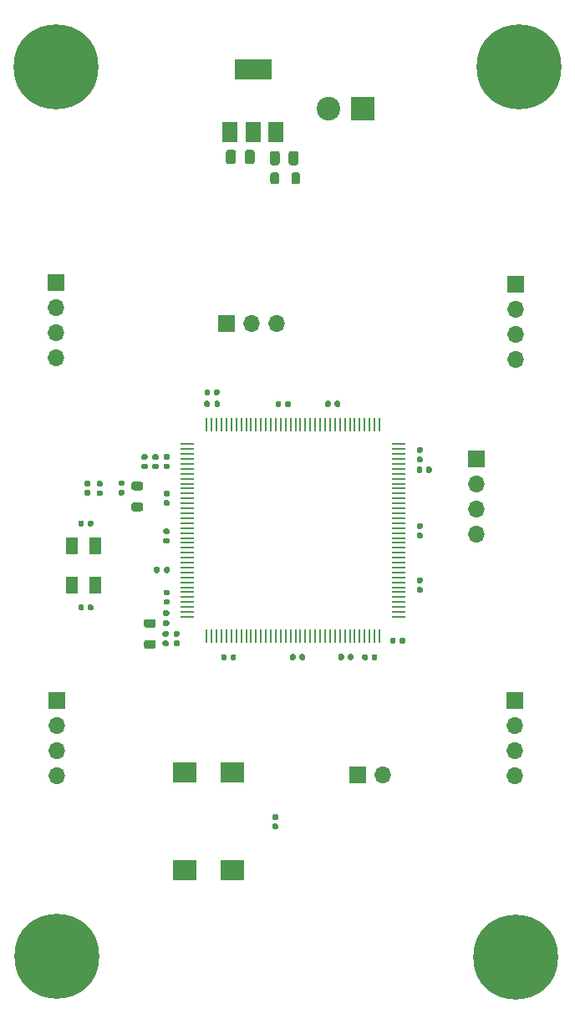
<source format=gbr>
%TF.GenerationSoftware,KiCad,Pcbnew,(5.1.10)-1*%
%TF.CreationDate,2021-11-07T19:26:15-08:00*%
%TF.ProjectId,stm32_pcb,73746d33-325f-4706-9362-2e6b69636164,rev?*%
%TF.SameCoordinates,Original*%
%TF.FileFunction,Soldermask,Top*%
%TF.FilePolarity,Negative*%
%FSLAX46Y46*%
G04 Gerber Fmt 4.6, Leading zero omitted, Abs format (unit mm)*
G04 Created by KiCad (PCBNEW (5.1.10)-1) date 2021-11-07 19:26:15*
%MOMM*%
%LPD*%
G01*
G04 APERTURE LIST*
%ADD10R,2.362200X2.108200*%
%ADD11R,1.200000X1.800000*%
%ADD12R,1.500000X2.000000*%
%ADD13R,3.800000X2.000000*%
%ADD14R,0.228600X1.473200*%
%ADD15R,1.473200X0.228600*%
%ADD16O,1.700000X1.700000*%
%ADD17R,1.700000X1.700000*%
%ADD18C,2.400000*%
%ADD19R,2.400000X2.400000*%
%ADD20C,0.900000*%
%ADD21C,8.600000*%
G04 APERTURE END LIST*
%TO.C,R1*%
G36*
G01*
X150400000Y-96535000D02*
X150400000Y-96905000D01*
G75*
G02*
X150265000Y-97040000I-135000J0D01*
G01*
X149995000Y-97040000D01*
G75*
G02*
X149860000Y-96905000I0J135000D01*
G01*
X149860000Y-96535000D01*
G75*
G02*
X149995000Y-96400000I135000J0D01*
G01*
X150265000Y-96400000D01*
G75*
G02*
X150400000Y-96535000I0J-135000D01*
G01*
G37*
G36*
G01*
X151420000Y-96535000D02*
X151420000Y-96905000D01*
G75*
G02*
X151285000Y-97040000I-135000J0D01*
G01*
X151015000Y-97040000D01*
G75*
G02*
X150880000Y-96905000I0J135000D01*
G01*
X150880000Y-96535000D01*
G75*
G02*
X151015000Y-96400000I135000J0D01*
G01*
X151285000Y-96400000D01*
G75*
G02*
X151420000Y-96535000I0J-135000D01*
G01*
G37*
%TD*%
D10*
%TO.C,SW2*%
X153000000Y-117190000D03*
X157750004Y-117190000D03*
X157750004Y-127090000D03*
X153000000Y-127090000D03*
%TD*%
D11*
%TO.C,Y1*%
X143928000Y-94250000D03*
X143928000Y-98250000D03*
X141528000Y-98250000D03*
X141528000Y-94250000D03*
%TD*%
%TO.C,C28*%
G36*
G01*
X144520000Y-88270000D02*
X144180000Y-88270000D01*
G75*
G02*
X144040000Y-88130000I0J140000D01*
G01*
X144040000Y-87850000D01*
G75*
G02*
X144180000Y-87710000I140000J0D01*
G01*
X144520000Y-87710000D01*
G75*
G02*
X144660000Y-87850000I0J-140000D01*
G01*
X144660000Y-88130000D01*
G75*
G02*
X144520000Y-88270000I-140000J0D01*
G01*
G37*
G36*
G01*
X144520000Y-89230000D02*
X144180000Y-89230000D01*
G75*
G02*
X144040000Y-89090000I0J140000D01*
G01*
X144040000Y-88810000D01*
G75*
G02*
X144180000Y-88670000I140000J0D01*
G01*
X144520000Y-88670000D01*
G75*
G02*
X144660000Y-88810000I0J-140000D01*
G01*
X144660000Y-89090000D01*
G75*
G02*
X144520000Y-89230000I-140000J0D01*
G01*
G37*
%TD*%
D12*
%TO.C,U2*%
X157570000Y-52330000D03*
X162170000Y-52330000D03*
X159870000Y-52330000D03*
D13*
X159870000Y-46030000D03*
%TD*%
D14*
%TO.C,U1*%
X155190000Y-82011200D03*
X155689999Y-82011200D03*
X156190000Y-82011200D03*
X156689999Y-82011200D03*
X157190001Y-82011200D03*
X157690000Y-82011200D03*
X158189999Y-82011200D03*
X158690000Y-82011200D03*
X159189999Y-82011200D03*
X159690001Y-82011200D03*
X160190000Y-82011200D03*
X160689999Y-82011200D03*
X161190000Y-82011200D03*
X161689999Y-82011200D03*
X162190001Y-82011200D03*
X162690000Y-82011200D03*
X163189999Y-82011200D03*
X163690000Y-82011200D03*
X164190000Y-82011200D03*
X164690001Y-82011200D03*
X165190000Y-82011200D03*
X165689999Y-82011200D03*
X166190001Y-82011200D03*
X166690000Y-82011200D03*
X167190001Y-82011200D03*
X167690000Y-82011200D03*
X168189999Y-82011200D03*
X168690001Y-82011200D03*
X169190000Y-82011200D03*
X169690001Y-82011200D03*
X170190000Y-82011200D03*
X170689999Y-82011200D03*
X171190001Y-82011200D03*
X171690000Y-82011200D03*
X172190001Y-82011200D03*
X172690000Y-82011200D03*
D15*
X174658800Y-83980000D03*
X174658800Y-84479999D03*
X174658800Y-84980000D03*
X174658800Y-85479999D03*
X174658800Y-85980001D03*
X174658800Y-86480000D03*
X174658800Y-86979999D03*
X174658800Y-87480000D03*
X174658800Y-87979999D03*
X174658800Y-88480001D03*
X174658800Y-88980000D03*
X174658800Y-89479999D03*
X174658800Y-89980000D03*
X174658800Y-90479999D03*
X174658800Y-90980001D03*
X174658800Y-91480000D03*
X174658800Y-91979999D03*
X174658800Y-92480000D03*
X174658800Y-92980000D03*
X174658800Y-93480001D03*
X174658800Y-93980000D03*
X174658800Y-94479999D03*
X174658800Y-94980001D03*
X174658800Y-95480000D03*
X174658800Y-95980001D03*
X174658800Y-96480000D03*
X174658800Y-96979999D03*
X174658800Y-97480001D03*
X174658800Y-97980000D03*
X174658800Y-98480001D03*
X174658800Y-98980000D03*
X174658800Y-99479999D03*
X174658800Y-99980001D03*
X174658800Y-100480000D03*
X174658800Y-100980001D03*
X174658800Y-101480000D03*
D14*
X172690000Y-103448800D03*
X172190001Y-103448800D03*
X171690000Y-103448800D03*
X171190001Y-103448800D03*
X170689999Y-103448800D03*
X170190000Y-103448800D03*
X169690001Y-103448800D03*
X169190000Y-103448800D03*
X168690001Y-103448800D03*
X168189999Y-103448800D03*
X167690000Y-103448800D03*
X167190001Y-103448800D03*
X166690000Y-103448800D03*
X166190001Y-103448800D03*
X165689999Y-103448800D03*
X165190000Y-103448800D03*
X164690001Y-103448800D03*
X164190000Y-103448800D03*
X163690000Y-103448800D03*
X163189999Y-103448800D03*
X162690000Y-103448800D03*
X162190001Y-103448800D03*
X161689999Y-103448800D03*
X161190000Y-103448800D03*
X160689999Y-103448800D03*
X160190000Y-103448800D03*
X159690001Y-103448800D03*
X159189999Y-103448800D03*
X158690000Y-103448800D03*
X158189999Y-103448800D03*
X157690000Y-103448800D03*
X157190001Y-103448800D03*
X156689999Y-103448800D03*
X156190000Y-103448800D03*
X155689999Y-103448800D03*
X155190000Y-103448800D03*
D15*
X153221200Y-101480000D03*
X153221200Y-100979999D03*
X153221200Y-100480000D03*
X153221200Y-99980001D03*
X153221200Y-99479999D03*
X153221200Y-98980000D03*
X153221200Y-98479999D03*
X153221200Y-97980000D03*
X153221200Y-97480001D03*
X153221200Y-96979999D03*
X153221200Y-96480000D03*
X153221200Y-95979999D03*
X153221200Y-95480000D03*
X153221200Y-94980001D03*
X153221200Y-94479999D03*
X153221200Y-93980000D03*
X153221200Y-93479998D03*
X153221200Y-92980000D03*
X153221200Y-92480000D03*
X153221200Y-91979999D03*
X153221200Y-91480000D03*
X153221200Y-90980001D03*
X153221200Y-90479999D03*
X153221200Y-89980000D03*
X153221200Y-89479999D03*
X153221200Y-88980000D03*
X153221200Y-88480001D03*
X153221200Y-87979999D03*
X153221200Y-87480000D03*
X153221200Y-86979999D03*
X153221200Y-86480000D03*
X153221200Y-85980001D03*
X153221200Y-85479999D03*
X153221200Y-84980000D03*
X153221200Y-84479999D03*
X153221200Y-83980000D03*
%TD*%
%TO.C,R3*%
G36*
G01*
X150895000Y-101840000D02*
X151265000Y-101840000D01*
G75*
G02*
X151400000Y-101975000I0J-135000D01*
G01*
X151400000Y-102245000D01*
G75*
G02*
X151265000Y-102380000I-135000J0D01*
G01*
X150895000Y-102380000D01*
G75*
G02*
X150760000Y-102245000I0J135000D01*
G01*
X150760000Y-101975000D01*
G75*
G02*
X150895000Y-101840000I135000J0D01*
G01*
G37*
G36*
G01*
X150895000Y-100820000D02*
X151265000Y-100820000D01*
G75*
G02*
X151400000Y-100955000I0J-135000D01*
G01*
X151400000Y-101225000D01*
G75*
G02*
X151265000Y-101360000I-135000J0D01*
G01*
X150895000Y-101360000D01*
G75*
G02*
X150760000Y-101225000I0J135000D01*
G01*
X150760000Y-100955000D01*
G75*
G02*
X150895000Y-100820000I135000J0D01*
G01*
G37*
%TD*%
%TO.C,R2*%
G36*
G01*
X155490000Y-79715000D02*
X155490000Y-80085000D01*
G75*
G02*
X155355000Y-80220000I-135000J0D01*
G01*
X155085000Y-80220000D01*
G75*
G02*
X154950000Y-80085000I0J135000D01*
G01*
X154950000Y-79715000D01*
G75*
G02*
X155085000Y-79580000I135000J0D01*
G01*
X155355000Y-79580000D01*
G75*
G02*
X155490000Y-79715000I0J-135000D01*
G01*
G37*
G36*
G01*
X156510000Y-79715000D02*
X156510000Y-80085000D01*
G75*
G02*
X156375000Y-80220000I-135000J0D01*
G01*
X156105000Y-80220000D01*
G75*
G02*
X155970000Y-80085000I0J135000D01*
G01*
X155970000Y-79715000D01*
G75*
G02*
X156105000Y-79580000I135000J0D01*
G01*
X156375000Y-79580000D01*
G75*
G02*
X156510000Y-79715000I0J-135000D01*
G01*
G37*
%TD*%
%TO.C,L1*%
G36*
G01*
X148531250Y-88652500D02*
X147768750Y-88652500D01*
G75*
G02*
X147550000Y-88433750I0J218750D01*
G01*
X147550000Y-87996250D01*
G75*
G02*
X147768750Y-87777500I218750J0D01*
G01*
X148531250Y-87777500D01*
G75*
G02*
X148750000Y-87996250I0J-218750D01*
G01*
X148750000Y-88433750D01*
G75*
G02*
X148531250Y-88652500I-218750J0D01*
G01*
G37*
G36*
G01*
X148531250Y-90777500D02*
X147768750Y-90777500D01*
G75*
G02*
X147550000Y-90558750I0J218750D01*
G01*
X147550000Y-90121250D01*
G75*
G02*
X147768750Y-89902500I218750J0D01*
G01*
X148531250Y-89902500D01*
G75*
G02*
X148750000Y-90121250I0J-218750D01*
G01*
X148750000Y-90558750D01*
G75*
G02*
X148531250Y-90777500I-218750J0D01*
G01*
G37*
%TD*%
D16*
%TO.C,J7*%
X182530000Y-93120000D03*
X182530000Y-90580000D03*
X182530000Y-88040000D03*
D17*
X182530000Y-85500000D03*
%TD*%
D16*
%TO.C,J6*%
X186520000Y-75360000D03*
X186520000Y-72820000D03*
X186520000Y-70280000D03*
D17*
X186520000Y-67740000D03*
%TD*%
D16*
%TO.C,J5*%
X140010000Y-117580000D03*
X140010000Y-115040000D03*
X140010000Y-112500000D03*
D17*
X140010000Y-109960000D03*
%TD*%
D18*
%TO.C,J4*%
X167500000Y-50000000D03*
D19*
X171000000Y-50000000D03*
%TD*%
D16*
%TO.C,J3*%
X173060000Y-117520000D03*
D17*
X170520000Y-117520000D03*
%TD*%
D16*
%TO.C,J2*%
X139900000Y-75210000D03*
X139900000Y-72670000D03*
X139900000Y-70130000D03*
D17*
X139900000Y-67590000D03*
%TD*%
D16*
%TO.C,J1*%
X186420000Y-117570000D03*
X186420000Y-115030000D03*
X186420000Y-112490000D03*
D17*
X186420000Y-109950000D03*
%TD*%
D20*
%TO.C,H4*%
X142220419Y-43469581D03*
X139940000Y-42525000D03*
X137659581Y-43469581D03*
X136715000Y-45750000D03*
X137659581Y-48030419D03*
X139940000Y-48975000D03*
X142220419Y-48030419D03*
X143165000Y-45750000D03*
D21*
X139940000Y-45750000D03*
%TD*%
D20*
%TO.C,H3*%
X142250419Y-133599581D03*
X139970000Y-132655000D03*
X137689581Y-133599581D03*
X136745000Y-135880000D03*
X137689581Y-138160419D03*
X139970000Y-139105000D03*
X142250419Y-138160419D03*
X143195000Y-135880000D03*
D21*
X139970000Y-135880000D03*
%TD*%
D20*
%TO.C,H2*%
X189080419Y-43459581D03*
X186800000Y-42515000D03*
X184519581Y-43459581D03*
X183575000Y-45740000D03*
X184519581Y-48020419D03*
X186800000Y-48965000D03*
X189080419Y-48020419D03*
X190025000Y-45740000D03*
D21*
X186800000Y-45740000D03*
%TD*%
D20*
%TO.C,H1*%
X188760419Y-133659581D03*
X186480000Y-132715000D03*
X184199581Y-133659581D03*
X183255000Y-135940000D03*
X184199581Y-138220419D03*
X186480000Y-139165000D03*
X188760419Y-138220419D03*
X189705000Y-135940000D03*
D21*
X186480000Y-135940000D03*
%TD*%
%TO.C,FB2*%
G36*
G01*
X163762500Y-57441250D02*
X163762500Y-56678750D01*
G75*
G02*
X163981250Y-56460000I218750J0D01*
G01*
X164418750Y-56460000D01*
G75*
G02*
X164637500Y-56678750I0J-218750D01*
G01*
X164637500Y-57441250D01*
G75*
G02*
X164418750Y-57660000I-218750J0D01*
G01*
X163981250Y-57660000D01*
G75*
G02*
X163762500Y-57441250I0J218750D01*
G01*
G37*
G36*
G01*
X161637500Y-57441250D02*
X161637500Y-56678750D01*
G75*
G02*
X161856250Y-56460000I218750J0D01*
G01*
X162293750Y-56460000D01*
G75*
G02*
X162512500Y-56678750I0J-218750D01*
G01*
X162512500Y-57441250D01*
G75*
G02*
X162293750Y-57660000I-218750J0D01*
G01*
X161856250Y-57660000D01*
G75*
G02*
X161637500Y-57441250I0J218750D01*
G01*
G37*
%TD*%
%TO.C,FB1*%
G36*
G01*
X149048750Y-103825000D02*
X149811250Y-103825000D01*
G75*
G02*
X150030000Y-104043750I0J-218750D01*
G01*
X150030000Y-104481250D01*
G75*
G02*
X149811250Y-104700000I-218750J0D01*
G01*
X149048750Y-104700000D01*
G75*
G02*
X148830000Y-104481250I0J218750D01*
G01*
X148830000Y-104043750D01*
G75*
G02*
X149048750Y-103825000I218750J0D01*
G01*
G37*
G36*
G01*
X149048750Y-101700000D02*
X149811250Y-101700000D01*
G75*
G02*
X150030000Y-101918750I0J-218750D01*
G01*
X150030000Y-102356250D01*
G75*
G02*
X149811250Y-102575000I-218750J0D01*
G01*
X149048750Y-102575000D01*
G75*
G02*
X148830000Y-102356250I0J218750D01*
G01*
X148830000Y-101918750D01*
G75*
G02*
X149048750Y-101700000I218750J0D01*
G01*
G37*
%TD*%
%TO.C,C27*%
G36*
G01*
X146400000Y-88600000D02*
X146740000Y-88600000D01*
G75*
G02*
X146880000Y-88740000I0J-140000D01*
G01*
X146880000Y-89020000D01*
G75*
G02*
X146740000Y-89160000I-140000J0D01*
G01*
X146400000Y-89160000D01*
G75*
G02*
X146260000Y-89020000I0J140000D01*
G01*
X146260000Y-88740000D01*
G75*
G02*
X146400000Y-88600000I140000J0D01*
G01*
G37*
G36*
G01*
X146400000Y-87640000D02*
X146740000Y-87640000D01*
G75*
G02*
X146880000Y-87780000I0J-140000D01*
G01*
X146880000Y-88060000D01*
G75*
G02*
X146740000Y-88200000I-140000J0D01*
G01*
X146400000Y-88200000D01*
G75*
G02*
X146260000Y-88060000I0J140000D01*
G01*
X146260000Y-87780000D01*
G75*
G02*
X146400000Y-87640000I140000J0D01*
G01*
G37*
%TD*%
%TO.C,C26*%
G36*
G01*
X177430000Y-86750000D02*
X177430000Y-86410000D01*
G75*
G02*
X177570000Y-86270000I140000J0D01*
G01*
X177850000Y-86270000D01*
G75*
G02*
X177990000Y-86410000I0J-140000D01*
G01*
X177990000Y-86750000D01*
G75*
G02*
X177850000Y-86890000I-140000J0D01*
G01*
X177570000Y-86890000D01*
G75*
G02*
X177430000Y-86750000I0J140000D01*
G01*
G37*
G36*
G01*
X176470000Y-86750000D02*
X176470000Y-86410000D01*
G75*
G02*
X176610000Y-86270000I140000J0D01*
G01*
X176890000Y-86270000D01*
G75*
G02*
X177030000Y-86410000I0J-140000D01*
G01*
X177030000Y-86750000D01*
G75*
G02*
X176890000Y-86890000I-140000J0D01*
G01*
X176610000Y-86890000D01*
G75*
G02*
X176470000Y-86750000I0J140000D01*
G01*
G37*
%TD*%
%TO.C,C25*%
G36*
G01*
X150180000Y-85570000D02*
X149840000Y-85570000D01*
G75*
G02*
X149700000Y-85430000I0J140000D01*
G01*
X149700000Y-85150000D01*
G75*
G02*
X149840000Y-85010000I140000J0D01*
G01*
X150180000Y-85010000D01*
G75*
G02*
X150320000Y-85150000I0J-140000D01*
G01*
X150320000Y-85430000D01*
G75*
G02*
X150180000Y-85570000I-140000J0D01*
G01*
G37*
G36*
G01*
X150180000Y-86530000D02*
X149840000Y-86530000D01*
G75*
G02*
X149700000Y-86390000I0J140000D01*
G01*
X149700000Y-86110000D01*
G75*
G02*
X149840000Y-85970000I140000J0D01*
G01*
X150180000Y-85970000D01*
G75*
G02*
X150320000Y-86110000I0J-140000D01*
G01*
X150320000Y-86390000D01*
G75*
G02*
X150180000Y-86530000I-140000J0D01*
G01*
G37*
%TD*%
%TO.C,C24*%
G36*
G01*
X143270000Y-88230000D02*
X142930000Y-88230000D01*
G75*
G02*
X142790000Y-88090000I0J140000D01*
G01*
X142790000Y-87810000D01*
G75*
G02*
X142930000Y-87670000I140000J0D01*
G01*
X143270000Y-87670000D01*
G75*
G02*
X143410000Y-87810000I0J-140000D01*
G01*
X143410000Y-88090000D01*
G75*
G02*
X143270000Y-88230000I-140000J0D01*
G01*
G37*
G36*
G01*
X143270000Y-89190000D02*
X142930000Y-89190000D01*
G75*
G02*
X142790000Y-89050000I0J140000D01*
G01*
X142790000Y-88770000D01*
G75*
G02*
X142930000Y-88630000I140000J0D01*
G01*
X143270000Y-88630000D01*
G75*
G02*
X143410000Y-88770000I0J-140000D01*
G01*
X143410000Y-89050000D01*
G75*
G02*
X143270000Y-89190000I-140000J0D01*
G01*
G37*
%TD*%
%TO.C,C23*%
G36*
G01*
X169100000Y-105370000D02*
X169100000Y-105710000D01*
G75*
G02*
X168960000Y-105850000I-140000J0D01*
G01*
X168680000Y-105850000D01*
G75*
G02*
X168540000Y-105710000I0J140000D01*
G01*
X168540000Y-105370000D01*
G75*
G02*
X168680000Y-105230000I140000J0D01*
G01*
X168960000Y-105230000D01*
G75*
G02*
X169100000Y-105370000I0J-140000D01*
G01*
G37*
G36*
G01*
X170060000Y-105370000D02*
X170060000Y-105710000D01*
G75*
G02*
X169920000Y-105850000I-140000J0D01*
G01*
X169640000Y-105850000D01*
G75*
G02*
X169500000Y-105710000I0J140000D01*
G01*
X169500000Y-105370000D01*
G75*
G02*
X169640000Y-105230000I140000J0D01*
G01*
X169920000Y-105230000D01*
G75*
G02*
X170060000Y-105370000I0J-140000D01*
G01*
G37*
%TD*%
%TO.C,C22*%
G36*
G01*
X158150000Y-54425000D02*
X158150000Y-55375000D01*
G75*
G02*
X157900000Y-55625000I-250000J0D01*
G01*
X157400000Y-55625000D01*
G75*
G02*
X157150000Y-55375000I0J250000D01*
G01*
X157150000Y-54425000D01*
G75*
G02*
X157400000Y-54175000I250000J0D01*
G01*
X157900000Y-54175000D01*
G75*
G02*
X158150000Y-54425000I0J-250000D01*
G01*
G37*
G36*
G01*
X160050000Y-54425000D02*
X160050000Y-55375000D01*
G75*
G02*
X159800000Y-55625000I-250000J0D01*
G01*
X159300000Y-55625000D01*
G75*
G02*
X159050000Y-55375000I0J250000D01*
G01*
X159050000Y-54425000D01*
G75*
G02*
X159300000Y-54175000I250000J0D01*
G01*
X159800000Y-54175000D01*
G75*
G02*
X160050000Y-54425000I0J-250000D01*
G01*
G37*
%TD*%
%TO.C,C21*%
G36*
G01*
X162590000Y-54535000D02*
X162590000Y-55485000D01*
G75*
G02*
X162340000Y-55735000I-250000J0D01*
G01*
X161840000Y-55735000D01*
G75*
G02*
X161590000Y-55485000I0J250000D01*
G01*
X161590000Y-54535000D01*
G75*
G02*
X161840000Y-54285000I250000J0D01*
G01*
X162340000Y-54285000D01*
G75*
G02*
X162590000Y-54535000I0J-250000D01*
G01*
G37*
G36*
G01*
X164490000Y-54535000D02*
X164490000Y-55485000D01*
G75*
G02*
X164240000Y-55735000I-250000J0D01*
G01*
X163740000Y-55735000D01*
G75*
G02*
X163490000Y-55485000I0J250000D01*
G01*
X163490000Y-54535000D01*
G75*
G02*
X163740000Y-54285000I250000J0D01*
G01*
X164240000Y-54285000D01*
G75*
G02*
X164490000Y-54535000I0J-250000D01*
G01*
G37*
%TD*%
%TO.C,C20*%
G36*
G01*
X174740000Y-104040000D02*
X174740000Y-103700000D01*
G75*
G02*
X174880000Y-103560000I140000J0D01*
G01*
X175160000Y-103560000D01*
G75*
G02*
X175300000Y-103700000I0J-140000D01*
G01*
X175300000Y-104040000D01*
G75*
G02*
X175160000Y-104180000I-140000J0D01*
G01*
X174880000Y-104180000D01*
G75*
G02*
X174740000Y-104040000I0J140000D01*
G01*
G37*
G36*
G01*
X173780000Y-104040000D02*
X173780000Y-103700000D01*
G75*
G02*
X173920000Y-103560000I140000J0D01*
G01*
X174200000Y-103560000D01*
G75*
G02*
X174340000Y-103700000I0J-140000D01*
G01*
X174340000Y-104040000D01*
G75*
G02*
X174200000Y-104180000I-140000J0D01*
G01*
X173920000Y-104180000D01*
G75*
G02*
X173780000Y-104040000I0J140000D01*
G01*
G37*
%TD*%
%TO.C,C19*%
G36*
G01*
X149060000Y-85570000D02*
X148720000Y-85570000D01*
G75*
G02*
X148580000Y-85430000I0J140000D01*
G01*
X148580000Y-85150000D01*
G75*
G02*
X148720000Y-85010000I140000J0D01*
G01*
X149060000Y-85010000D01*
G75*
G02*
X149200000Y-85150000I0J-140000D01*
G01*
X149200000Y-85430000D01*
G75*
G02*
X149060000Y-85570000I-140000J0D01*
G01*
G37*
G36*
G01*
X149060000Y-86530000D02*
X148720000Y-86530000D01*
G75*
G02*
X148580000Y-86390000I0J140000D01*
G01*
X148580000Y-86110000D01*
G75*
G02*
X148720000Y-85970000I140000J0D01*
G01*
X149060000Y-85970000D01*
G75*
G02*
X149200000Y-86110000I0J-140000D01*
G01*
X149200000Y-86390000D01*
G75*
G02*
X149060000Y-86530000I-140000J0D01*
G01*
G37*
%TD*%
%TO.C,C18*%
G36*
G01*
X155930000Y-78900000D02*
X155930000Y-78560000D01*
G75*
G02*
X156070000Y-78420000I140000J0D01*
G01*
X156350000Y-78420000D01*
G75*
G02*
X156490000Y-78560000I0J-140000D01*
G01*
X156490000Y-78900000D01*
G75*
G02*
X156350000Y-79040000I-140000J0D01*
G01*
X156070000Y-79040000D01*
G75*
G02*
X155930000Y-78900000I0J140000D01*
G01*
G37*
G36*
G01*
X154970000Y-78900000D02*
X154970000Y-78560000D01*
G75*
G02*
X155110000Y-78420000I140000J0D01*
G01*
X155390000Y-78420000D01*
G75*
G02*
X155530000Y-78560000I0J-140000D01*
G01*
X155530000Y-78900000D01*
G75*
G02*
X155390000Y-79040000I-140000J0D01*
G01*
X155110000Y-79040000D01*
G75*
G02*
X154970000Y-78900000I0J140000D01*
G01*
G37*
%TD*%
%TO.C,C17*%
G36*
G01*
X161970000Y-122430000D02*
X162310000Y-122430000D01*
G75*
G02*
X162450000Y-122570000I0J-140000D01*
G01*
X162450000Y-122850000D01*
G75*
G02*
X162310000Y-122990000I-140000J0D01*
G01*
X161970000Y-122990000D01*
G75*
G02*
X161830000Y-122850000I0J140000D01*
G01*
X161830000Y-122570000D01*
G75*
G02*
X161970000Y-122430000I140000J0D01*
G01*
G37*
G36*
G01*
X161970000Y-121470000D02*
X162310000Y-121470000D01*
G75*
G02*
X162450000Y-121610000I0J-140000D01*
G01*
X162450000Y-121890000D01*
G75*
G02*
X162310000Y-122030000I-140000J0D01*
G01*
X161970000Y-122030000D01*
G75*
G02*
X161830000Y-121890000I0J140000D01*
G01*
X161830000Y-121610000D01*
G75*
G02*
X161970000Y-121470000I140000J0D01*
G01*
G37*
%TD*%
%TO.C,C16*%
G36*
G01*
X163140000Y-80080000D02*
X163140000Y-79740000D01*
G75*
G02*
X163280000Y-79600000I140000J0D01*
G01*
X163560000Y-79600000D01*
G75*
G02*
X163700000Y-79740000I0J-140000D01*
G01*
X163700000Y-80080000D01*
G75*
G02*
X163560000Y-80220000I-140000J0D01*
G01*
X163280000Y-80220000D01*
G75*
G02*
X163140000Y-80080000I0J140000D01*
G01*
G37*
G36*
G01*
X162180000Y-80080000D02*
X162180000Y-79740000D01*
G75*
G02*
X162320000Y-79600000I140000J0D01*
G01*
X162600000Y-79600000D01*
G75*
G02*
X162740000Y-79740000I0J-140000D01*
G01*
X162740000Y-80080000D01*
G75*
G02*
X162600000Y-80220000I-140000J0D01*
G01*
X162320000Y-80220000D01*
G75*
G02*
X162180000Y-80080000I0J140000D01*
G01*
G37*
%TD*%
%TO.C,C15*%
G36*
G01*
X168160000Y-80070000D02*
X168160000Y-79730000D01*
G75*
G02*
X168300000Y-79590000I140000J0D01*
G01*
X168580000Y-79590000D01*
G75*
G02*
X168720000Y-79730000I0J-140000D01*
G01*
X168720000Y-80070000D01*
G75*
G02*
X168580000Y-80210000I-140000J0D01*
G01*
X168300000Y-80210000D01*
G75*
G02*
X168160000Y-80070000I0J140000D01*
G01*
G37*
G36*
G01*
X167200000Y-80070000D02*
X167200000Y-79730000D01*
G75*
G02*
X167340000Y-79590000I140000J0D01*
G01*
X167620000Y-79590000D01*
G75*
G02*
X167760000Y-79730000I0J-140000D01*
G01*
X167760000Y-80070000D01*
G75*
G02*
X167620000Y-80210000I-140000J0D01*
G01*
X167340000Y-80210000D01*
G75*
G02*
X167200000Y-80070000I0J140000D01*
G01*
G37*
%TD*%
%TO.C,C14*%
G36*
G01*
X176600000Y-85250000D02*
X176940000Y-85250000D01*
G75*
G02*
X177080000Y-85390000I0J-140000D01*
G01*
X177080000Y-85670000D01*
G75*
G02*
X176940000Y-85810000I-140000J0D01*
G01*
X176600000Y-85810000D01*
G75*
G02*
X176460000Y-85670000I0J140000D01*
G01*
X176460000Y-85390000D01*
G75*
G02*
X176600000Y-85250000I140000J0D01*
G01*
G37*
G36*
G01*
X176600000Y-84290000D02*
X176940000Y-84290000D01*
G75*
G02*
X177080000Y-84430000I0J-140000D01*
G01*
X177080000Y-84710000D01*
G75*
G02*
X176940000Y-84850000I-140000J0D01*
G01*
X176600000Y-84850000D01*
G75*
G02*
X176460000Y-84710000I0J140000D01*
G01*
X176460000Y-84430000D01*
G75*
G02*
X176600000Y-84290000I140000J0D01*
G01*
G37*
%TD*%
%TO.C,C13*%
G36*
G01*
X176600000Y-92960000D02*
X176940000Y-92960000D01*
G75*
G02*
X177080000Y-93100000I0J-140000D01*
G01*
X177080000Y-93380000D01*
G75*
G02*
X176940000Y-93520000I-140000J0D01*
G01*
X176600000Y-93520000D01*
G75*
G02*
X176460000Y-93380000I0J140000D01*
G01*
X176460000Y-93100000D01*
G75*
G02*
X176600000Y-92960000I140000J0D01*
G01*
G37*
G36*
G01*
X176600000Y-92000000D02*
X176940000Y-92000000D01*
G75*
G02*
X177080000Y-92140000I0J-140000D01*
G01*
X177080000Y-92420000D01*
G75*
G02*
X176940000Y-92560000I-140000J0D01*
G01*
X176600000Y-92560000D01*
G75*
G02*
X176460000Y-92420000I0J140000D01*
G01*
X176460000Y-92140000D01*
G75*
G02*
X176600000Y-92000000I140000J0D01*
G01*
G37*
%TD*%
%TO.C,C12*%
G36*
G01*
X176940000Y-98070000D02*
X176600000Y-98070000D01*
G75*
G02*
X176460000Y-97930000I0J140000D01*
G01*
X176460000Y-97650000D01*
G75*
G02*
X176600000Y-97510000I140000J0D01*
G01*
X176940000Y-97510000D01*
G75*
G02*
X177080000Y-97650000I0J-140000D01*
G01*
X177080000Y-97930000D01*
G75*
G02*
X176940000Y-98070000I-140000J0D01*
G01*
G37*
G36*
G01*
X176940000Y-99030000D02*
X176600000Y-99030000D01*
G75*
G02*
X176460000Y-98890000I0J140000D01*
G01*
X176460000Y-98610000D01*
G75*
G02*
X176600000Y-98470000I140000J0D01*
G01*
X176940000Y-98470000D01*
G75*
G02*
X177080000Y-98610000I0J-140000D01*
G01*
X177080000Y-98890000D01*
G75*
G02*
X176940000Y-99030000I-140000J0D01*
G01*
G37*
%TD*%
%TO.C,C11*%
G36*
G01*
X171510000Y-105390000D02*
X171510000Y-105730000D01*
G75*
G02*
X171370000Y-105870000I-140000J0D01*
G01*
X171090000Y-105870000D01*
G75*
G02*
X170950000Y-105730000I0J140000D01*
G01*
X170950000Y-105390000D01*
G75*
G02*
X171090000Y-105250000I140000J0D01*
G01*
X171370000Y-105250000D01*
G75*
G02*
X171510000Y-105390000I0J-140000D01*
G01*
G37*
G36*
G01*
X172470000Y-105390000D02*
X172470000Y-105730000D01*
G75*
G02*
X172330000Y-105870000I-140000J0D01*
G01*
X172050000Y-105870000D01*
G75*
G02*
X171910000Y-105730000I0J140000D01*
G01*
X171910000Y-105390000D01*
G75*
G02*
X172050000Y-105250000I140000J0D01*
G01*
X172330000Y-105250000D01*
G75*
G02*
X172470000Y-105390000I0J-140000D01*
G01*
G37*
%TD*%
%TO.C,C10*%
G36*
G01*
X150860000Y-103870000D02*
X151200000Y-103870000D01*
G75*
G02*
X151340000Y-104010000I0J-140000D01*
G01*
X151340000Y-104290000D01*
G75*
G02*
X151200000Y-104430000I-140000J0D01*
G01*
X150860000Y-104430000D01*
G75*
G02*
X150720000Y-104290000I0J140000D01*
G01*
X150720000Y-104010000D01*
G75*
G02*
X150860000Y-103870000I140000J0D01*
G01*
G37*
G36*
G01*
X150860000Y-102910000D02*
X151200000Y-102910000D01*
G75*
G02*
X151340000Y-103050000I0J-140000D01*
G01*
X151340000Y-103330000D01*
G75*
G02*
X151200000Y-103470000I-140000J0D01*
G01*
X150860000Y-103470000D01*
G75*
G02*
X150720000Y-103330000I0J140000D01*
G01*
X150720000Y-103050000D01*
G75*
G02*
X150860000Y-102910000I140000J0D01*
G01*
G37*
%TD*%
%TO.C,C9*%
G36*
G01*
X164200000Y-105380000D02*
X164200000Y-105720000D01*
G75*
G02*
X164060000Y-105860000I-140000J0D01*
G01*
X163780000Y-105860000D01*
G75*
G02*
X163640000Y-105720000I0J140000D01*
G01*
X163640000Y-105380000D01*
G75*
G02*
X163780000Y-105240000I140000J0D01*
G01*
X164060000Y-105240000D01*
G75*
G02*
X164200000Y-105380000I0J-140000D01*
G01*
G37*
G36*
G01*
X165160000Y-105380000D02*
X165160000Y-105720000D01*
G75*
G02*
X165020000Y-105860000I-140000J0D01*
G01*
X164740000Y-105860000D01*
G75*
G02*
X164600000Y-105720000I0J140000D01*
G01*
X164600000Y-105380000D01*
G75*
G02*
X164740000Y-105240000I140000J0D01*
G01*
X165020000Y-105240000D01*
G75*
G02*
X165160000Y-105380000I0J-140000D01*
G01*
G37*
%TD*%
%TO.C,C8*%
G36*
G01*
X151980000Y-103870000D02*
X152320000Y-103870000D01*
G75*
G02*
X152460000Y-104010000I0J-140000D01*
G01*
X152460000Y-104290000D01*
G75*
G02*
X152320000Y-104430000I-140000J0D01*
G01*
X151980000Y-104430000D01*
G75*
G02*
X151840000Y-104290000I0J140000D01*
G01*
X151840000Y-104010000D01*
G75*
G02*
X151980000Y-103870000I140000J0D01*
G01*
G37*
G36*
G01*
X151980000Y-102910000D02*
X152320000Y-102910000D01*
G75*
G02*
X152460000Y-103050000I0J-140000D01*
G01*
X152460000Y-103330000D01*
G75*
G02*
X152320000Y-103470000I-140000J0D01*
G01*
X151980000Y-103470000D01*
G75*
G02*
X151840000Y-103330000I0J140000D01*
G01*
X151840000Y-103050000D01*
G75*
G02*
X151980000Y-102910000I140000J0D01*
G01*
G37*
%TD*%
%TO.C,C7*%
G36*
G01*
X157210000Y-105390000D02*
X157210000Y-105730000D01*
G75*
G02*
X157070000Y-105870000I-140000J0D01*
G01*
X156790000Y-105870000D01*
G75*
G02*
X156650000Y-105730000I0J140000D01*
G01*
X156650000Y-105390000D01*
G75*
G02*
X156790000Y-105250000I140000J0D01*
G01*
X157070000Y-105250000D01*
G75*
G02*
X157210000Y-105390000I0J-140000D01*
G01*
G37*
G36*
G01*
X158170000Y-105390000D02*
X158170000Y-105730000D01*
G75*
G02*
X158030000Y-105870000I-140000J0D01*
G01*
X157750000Y-105870000D01*
G75*
G02*
X157610000Y-105730000I0J140000D01*
G01*
X157610000Y-105390000D01*
G75*
G02*
X157750000Y-105250000I140000J0D01*
G01*
X158030000Y-105250000D01*
G75*
G02*
X158170000Y-105390000I0J-140000D01*
G01*
G37*
%TD*%
%TO.C,C6*%
G36*
G01*
X150960000Y-99690000D02*
X151300000Y-99690000D01*
G75*
G02*
X151440000Y-99830000I0J-140000D01*
G01*
X151440000Y-100110000D01*
G75*
G02*
X151300000Y-100250000I-140000J0D01*
G01*
X150960000Y-100250000D01*
G75*
G02*
X150820000Y-100110000I0J140000D01*
G01*
X150820000Y-99830000D01*
G75*
G02*
X150960000Y-99690000I140000J0D01*
G01*
G37*
G36*
G01*
X150960000Y-98730000D02*
X151300000Y-98730000D01*
G75*
G02*
X151440000Y-98870000I0J-140000D01*
G01*
X151440000Y-99150000D01*
G75*
G02*
X151300000Y-99290000I-140000J0D01*
G01*
X150960000Y-99290000D01*
G75*
G02*
X150820000Y-99150000I0J140000D01*
G01*
X150820000Y-98870000D01*
G75*
G02*
X150960000Y-98730000I140000J0D01*
G01*
G37*
%TD*%
%TO.C,C5*%
G36*
G01*
X151280000Y-93100000D02*
X150940000Y-93100000D01*
G75*
G02*
X150800000Y-92960000I0J140000D01*
G01*
X150800000Y-92680000D01*
G75*
G02*
X150940000Y-92540000I140000J0D01*
G01*
X151280000Y-92540000D01*
G75*
G02*
X151420000Y-92680000I0J-140000D01*
G01*
X151420000Y-92960000D01*
G75*
G02*
X151280000Y-93100000I-140000J0D01*
G01*
G37*
G36*
G01*
X151280000Y-94060000D02*
X150940000Y-94060000D01*
G75*
G02*
X150800000Y-93920000I0J140000D01*
G01*
X150800000Y-93640000D01*
G75*
G02*
X150940000Y-93500000I140000J0D01*
G01*
X151280000Y-93500000D01*
G75*
G02*
X151420000Y-93640000I0J-140000D01*
G01*
X151420000Y-93920000D01*
G75*
G02*
X151280000Y-94060000I-140000J0D01*
G01*
G37*
%TD*%
%TO.C,C4*%
G36*
G01*
X151300000Y-89260000D02*
X150960000Y-89260000D01*
G75*
G02*
X150820000Y-89120000I0J140000D01*
G01*
X150820000Y-88840000D01*
G75*
G02*
X150960000Y-88700000I140000J0D01*
G01*
X151300000Y-88700000D01*
G75*
G02*
X151440000Y-88840000I0J-140000D01*
G01*
X151440000Y-89120000D01*
G75*
G02*
X151300000Y-89260000I-140000J0D01*
G01*
G37*
G36*
G01*
X151300000Y-90220000D02*
X150960000Y-90220000D01*
G75*
G02*
X150820000Y-90080000I0J140000D01*
G01*
X150820000Y-89800000D01*
G75*
G02*
X150960000Y-89660000I140000J0D01*
G01*
X151300000Y-89660000D01*
G75*
G02*
X151440000Y-89800000I0J-140000D01*
G01*
X151440000Y-90080000D01*
G75*
G02*
X151300000Y-90220000I-140000J0D01*
G01*
G37*
%TD*%
%TO.C,C3*%
G36*
G01*
X142748000Y-100350000D02*
X142748000Y-100690000D01*
G75*
G02*
X142608000Y-100830000I-140000J0D01*
G01*
X142328000Y-100830000D01*
G75*
G02*
X142188000Y-100690000I0J140000D01*
G01*
X142188000Y-100350000D01*
G75*
G02*
X142328000Y-100210000I140000J0D01*
G01*
X142608000Y-100210000D01*
G75*
G02*
X142748000Y-100350000I0J-140000D01*
G01*
G37*
G36*
G01*
X143708000Y-100350000D02*
X143708000Y-100690000D01*
G75*
G02*
X143568000Y-100830000I-140000J0D01*
G01*
X143288000Y-100830000D01*
G75*
G02*
X143148000Y-100690000I0J140000D01*
G01*
X143148000Y-100350000D01*
G75*
G02*
X143288000Y-100210000I140000J0D01*
G01*
X143568000Y-100210000D01*
G75*
G02*
X143708000Y-100350000I0J-140000D01*
G01*
G37*
%TD*%
%TO.C,C2*%
G36*
G01*
X143148000Y-92180000D02*
X143148000Y-91840000D01*
G75*
G02*
X143288000Y-91700000I140000J0D01*
G01*
X143568000Y-91700000D01*
G75*
G02*
X143708000Y-91840000I0J-140000D01*
G01*
X143708000Y-92180000D01*
G75*
G02*
X143568000Y-92320000I-140000J0D01*
G01*
X143288000Y-92320000D01*
G75*
G02*
X143148000Y-92180000I0J140000D01*
G01*
G37*
G36*
G01*
X142188000Y-92180000D02*
X142188000Y-91840000D01*
G75*
G02*
X142328000Y-91700000I140000J0D01*
G01*
X142608000Y-91700000D01*
G75*
G02*
X142748000Y-91840000I0J-140000D01*
G01*
X142748000Y-92180000D01*
G75*
G02*
X142608000Y-92320000I-140000J0D01*
G01*
X142328000Y-92320000D01*
G75*
G02*
X142188000Y-92180000I0J140000D01*
G01*
G37*
%TD*%
%TO.C,C1*%
G36*
G01*
X151300000Y-85550000D02*
X150960000Y-85550000D01*
G75*
G02*
X150820000Y-85410000I0J140000D01*
G01*
X150820000Y-85130000D01*
G75*
G02*
X150960000Y-84990000I140000J0D01*
G01*
X151300000Y-84990000D01*
G75*
G02*
X151440000Y-85130000I0J-140000D01*
G01*
X151440000Y-85410000D01*
G75*
G02*
X151300000Y-85550000I-140000J0D01*
G01*
G37*
G36*
G01*
X151300000Y-86510000D02*
X150960000Y-86510000D01*
G75*
G02*
X150820000Y-86370000I0J140000D01*
G01*
X150820000Y-86090000D01*
G75*
G02*
X150960000Y-85950000I140000J0D01*
G01*
X151300000Y-85950000D01*
G75*
G02*
X151440000Y-86090000I0J-140000D01*
G01*
X151440000Y-86370000D01*
G75*
G02*
X151300000Y-86510000I-140000J0D01*
G01*
G37*
%TD*%
D16*
%TO.C,J8*%
X162240000Y-71740000D03*
X159700000Y-71740000D03*
D17*
X157160000Y-71740000D03*
%TD*%
M02*

</source>
